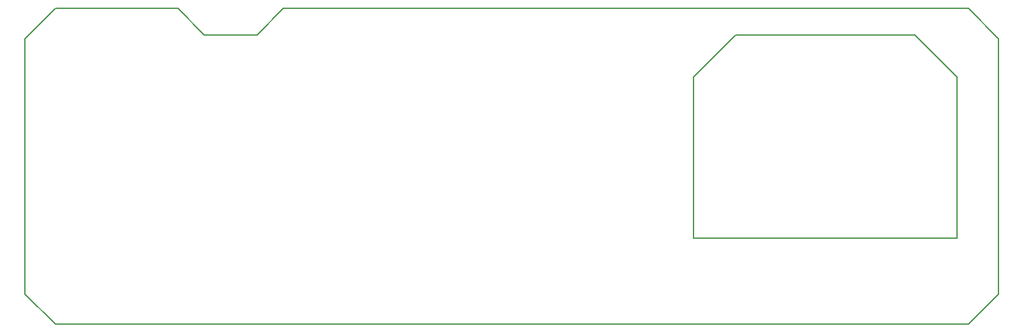
<source format=gm1>
G04 #@! TF.GenerationSoftware,KiCad,Pcbnew,5.1.5-52549c5~84~ubuntu18.04.1*
G04 #@! TF.CreationDate,2020-02-18T21:49:32-08:00*
G04 #@! TF.ProjectId,Marlin_UIBOX,4d61726c-696e-45f5-9549-424f582e6b69,rev?*
G04 #@! TF.SameCoordinates,Original*
G04 #@! TF.FileFunction,Profile,NP*
%FSLAX46Y46*%
G04 Gerber Fmt 4.6, Leading zero omitted, Abs format (unit mm)*
G04 Created by KiCad (PCBNEW 5.1.5-52549c5~84~ubuntu18.04.1) date 2020-02-18 21:49:32*
%MOMM*%
%LPD*%
G04 APERTURE LIST*
%ADD10C,0.200000*%
G04 APERTURE END LIST*
D10*
X94250000Y-75300000D02*
X110527000Y-75300000D01*
X121027000Y-78800000D02*
X124527000Y-75300000D01*
X110527000Y-75300000D02*
X114027000Y-78800000D01*
X114027000Y-78800000D02*
X121027000Y-78800000D01*
X124527000Y-75300000D02*
X215450000Y-75300000D01*
X90250000Y-79300000D02*
X94250000Y-75300000D01*
X215450000Y-75300000D02*
X219450000Y-79300000D01*
X219450000Y-113300000D02*
X215450000Y-117300000D01*
X208364214Y-78800000D02*
X184535787Y-78800000D01*
X213950000Y-84385786D02*
X213950000Y-105800000D01*
X178950000Y-84385786D02*
X178950000Y-105800000D01*
X178950000Y-84385786D02*
X184535787Y-78800000D01*
X208364214Y-78800000D02*
X213950000Y-84385786D01*
X219450000Y-79300000D02*
X219450000Y-113300000D01*
X94250000Y-117300000D02*
X215450000Y-117300000D01*
X90250000Y-79300000D02*
X90250000Y-113300000D01*
X94250000Y-117300000D02*
X90250000Y-113300000D01*
X178950000Y-105800000D02*
X213950000Y-105800000D01*
M02*

</source>
